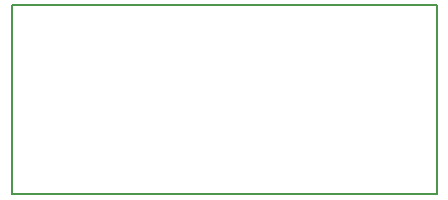
<source format=gbr>
G04 #@! TF.GenerationSoftware,KiCad,Pcbnew,(5.0.0)*
G04 #@! TF.CreationDate,2018-12-07T10:27:40+01:00*
G04 #@! TF.ProjectId,SoNavi,536F4E6176692E6B696361645F706362,rev?*
G04 #@! TF.SameCoordinates,Original*
G04 #@! TF.FileFunction,Profile,NP*
%FSLAX46Y46*%
G04 Gerber Fmt 4.6, Leading zero omitted, Abs format (unit mm)*
G04 Created by KiCad (PCBNEW (5.0.0)) date 12/07/18 10:27:40*
%MOMM*%
%LPD*%
G01*
G04 APERTURE LIST*
%ADD10C,0.150000*%
G04 APERTURE END LIST*
D10*
X87766162Y-84597928D02*
X51766162Y-84597928D01*
X87766162Y-68597928D02*
X87766162Y-84597928D01*
X51766162Y-68597928D02*
X87766162Y-68597928D01*
X51766162Y-84597928D02*
X51766162Y-68597928D01*
M02*

</source>
